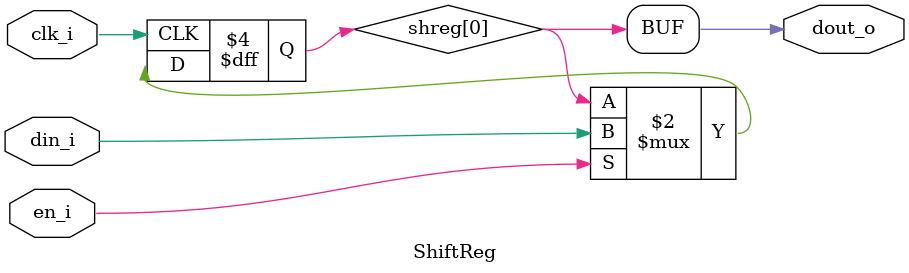
<source format=sv>
module ShiftReg #(
    parameter Width = 1,
    parameter Depth = 1
) (
    input   logic                   clk_i,
    input   logic                   en_i,
    input   logic   [Width-1:0]     din_i,
    output  logic   [Width-1:0]     dout_o
);
    logic   [Width-1:0] shreg [Depth-1:0];

    always_ff @(posedge clk_i) begin
        if (en_i) begin
            if (Depth == 1) begin
                shreg[0] <= din_i;
            end else begin
                shreg <= {shreg[Depth-2:0], din_i};
            end
        end
    end
    
    assign dout_o = (Depth == 0) ? din_i : shreg[Depth-1];

endmodule
</source>
